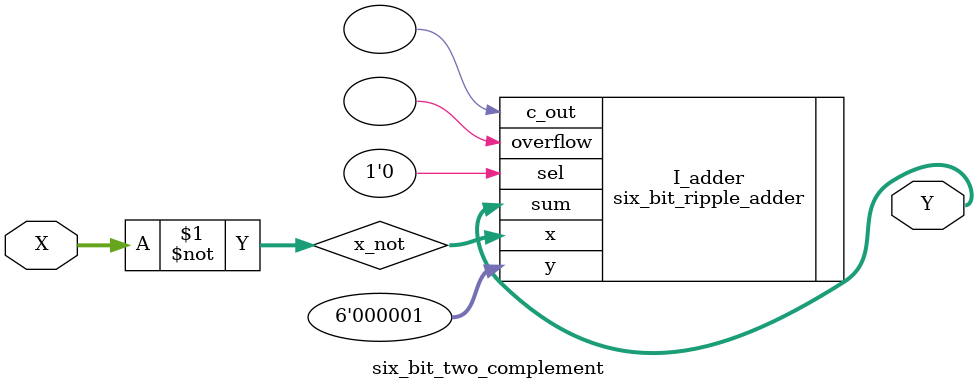
<source format=v>
`timescale 1ns / 1ps


module six_bit_two_complement(
input [5:0] X, 
output [5:0] Y
    );
    
    wire [5:0]x_not; 
    
    
   assign  x_not = ~X;  // Bitwise invert of X
    
   six_bit_ripple_adder I_adder (
   .x(x_not),
   .y(6'b000001), //the addition of 1
   .sel(1'b0),  //always set to 0 as X inverted above 
   .c_out(),
   .overflow(),
   .sum(Y)
  );
    
endmodule

</source>
